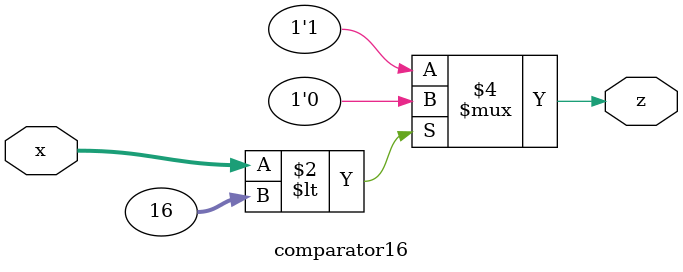
<source format=v>
module comparator16 #(parameter nBits = 32)(x, z);
	input [$clog2(nBits)-1:0] x;
	output reg z;
	
	always @ (*) begin
		if(x < nBits/2) 
			z <= 0;
		else 
			z <= 1;
	end
endmodule 

</source>
